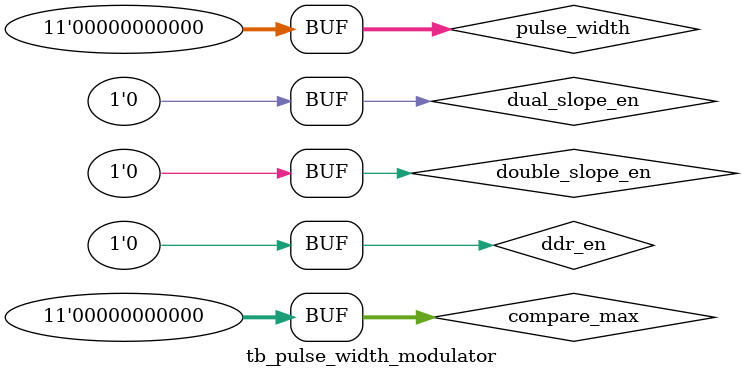
<source format=sv>
`default_nettype none
`timescale 1ns / 1ps

module tb_pulse_width_modulator #(parameter BITS = 11) ();
	// Dump the signals to a VCD file. You can view it with gtkwave or surfer.
	initial begin
		$dumpfile("tb_pulse_width_modulator.vcd");
		$dumpvars(0, tb_pulse_width_modulator);
		#1;
	end

	// Wire up the inputs and outputs:
	reg clk;
	reg rst_n;
	wire reset = !rst_n;

	reg dual_slope_en = 0;
	reg double_slope_en = 0;
	reg ddr_en = 0;

	reg [BITS-1:0] compare_max = 0;
	reg [BITS-1:0] pulse_width = 0;

	wire pulse_done, pwm_out;

	pulse_width_modulator #(.BITS(BITS)) pw_modulator(
		.clk(clk), .reset(reset),
		.dual_slope_en(dual_slope_en), .double_slope_en(double_slope_en), .ddr_en(ddr_en),
		.compare_max(compare_max),
		.pulse_width(pulse_width),
		.pulse_done(pulse_done),
		.pwm_out(pwm_out)
	);

	int counter = 0;
	int sample_counter = 0;
	always_ff @(posedge clk) counter <= reset ? 0 : counter + 1;
	always_ff @(posedge clk) sample_counter <= reset ? 0 : sample_counter + pulse_done;
endmodule

</source>
